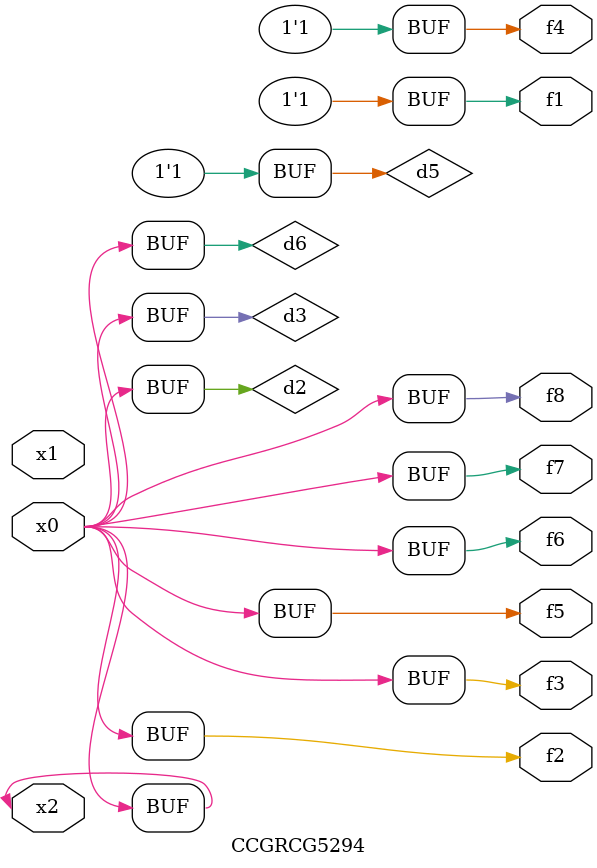
<source format=v>
module CCGRCG5294(
	input x0, x1, x2,
	output f1, f2, f3, f4, f5, f6, f7, f8
);

	wire d1, d2, d3, d4, d5, d6;

	xnor (d1, x2);
	buf (d2, x0, x2);
	and (d3, x0);
	xnor (d4, x1, x2);
	nand (d5, d1, d3);
	buf (d6, d2, d3);
	assign f1 = d5;
	assign f2 = d6;
	assign f3 = d6;
	assign f4 = d5;
	assign f5 = d6;
	assign f6 = d6;
	assign f7 = d6;
	assign f8 = d6;
endmodule

</source>
